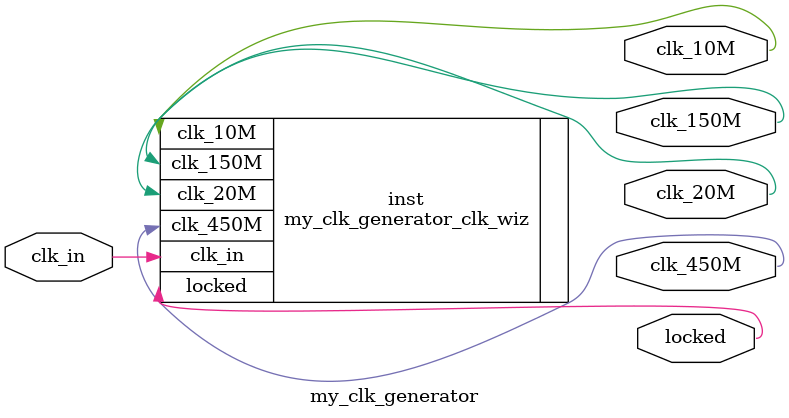
<source format=v>


`timescale 1ps/1ps

(* CORE_GENERATION_INFO = "my_clk_generator,clk_wiz_v5_4_3_0,{component_name=my_clk_generator,use_phase_alignment=true,use_min_o_jitter=false,use_max_i_jitter=false,use_dyn_phase_shift=false,use_inclk_switchover=false,use_dyn_reconfig=false,enable_axi=0,feedback_source=FDBK_AUTO,PRIMITIVE=MMCM,num_out_clk=4,clkin1_period=20.000,clkin2_period=10.0,use_power_down=false,use_reset=false,use_locked=true,use_inclk_stopped=false,feedback_type=SINGLE,CLOCK_MGR_TYPE=NA,manual_override=false}" *)

module my_clk_generator 
 (
  // Clock out ports
  output        clk_10M,
  output        clk_20M,
  output        clk_150M,
  output        clk_450M,
  // Status and control signals
  output        locked,
 // Clock in ports
  input         clk_in
 );

  my_clk_generator_clk_wiz inst
  (
  // Clock out ports  
  .clk_10M(clk_10M),
  .clk_20M(clk_20M),
  .clk_150M(clk_150M),
  .clk_450M(clk_450M),
  // Status and control signals               
  .locked(locked),
 // Clock in ports
  .clk_in(clk_in)
  );

endmodule

</source>
